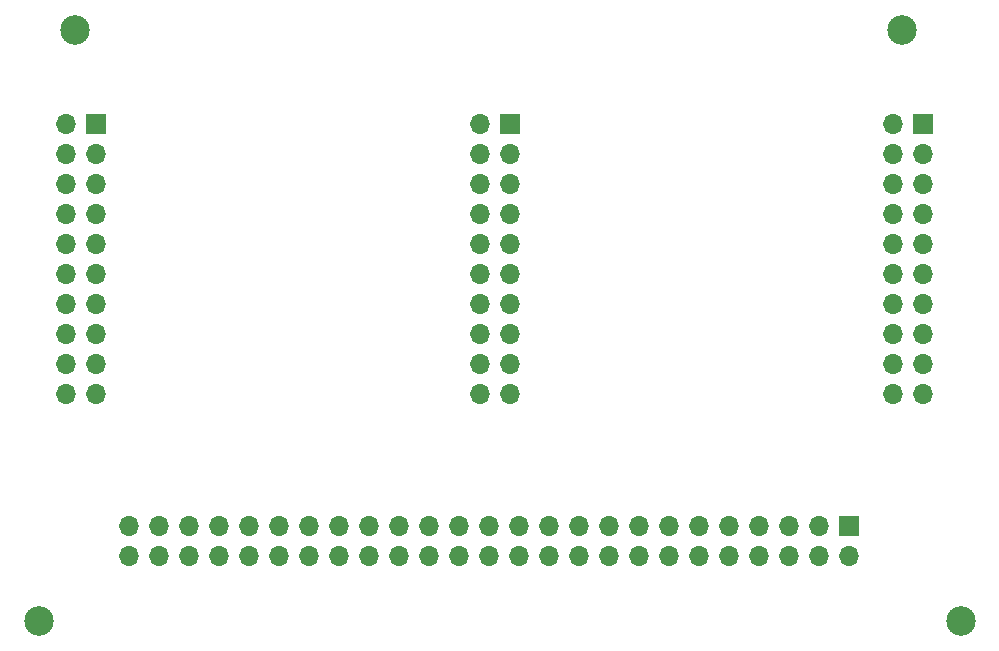
<source format=gbr>
%TF.GenerationSoftware,KiCad,Pcbnew,9.0.1*%
%TF.CreationDate,2025-04-24T12:51:30+03:00*%
%TF.ProjectId,acd_dac_board,6163645f-6461-4635-9f62-6f6172642e6b,rev?*%
%TF.SameCoordinates,Original*%
%TF.FileFunction,Soldermask,Top*%
%TF.FilePolarity,Negative*%
%FSLAX46Y46*%
G04 Gerber Fmt 4.6, Leading zero omitted, Abs format (unit mm)*
G04 Created by KiCad (PCBNEW 9.0.1) date 2025-04-24 12:51:30*
%MOMM*%
%LPD*%
G01*
G04 APERTURE LIST*
%ADD10R,1.700000X1.700000*%
%ADD11O,1.700000X1.700000*%
%ADD12C,2.500000*%
G04 APERTURE END LIST*
D10*
%TO.C,J4*%
X168500000Y-117060000D03*
D11*
X168500000Y-119600000D03*
X165960000Y-117060000D03*
X165960000Y-119600000D03*
X163420000Y-117060000D03*
X163420000Y-119600000D03*
X160880000Y-117060000D03*
X160880000Y-119600000D03*
X158340000Y-117060000D03*
X158340000Y-119600000D03*
X155800000Y-117060000D03*
X155800000Y-119600000D03*
X153260000Y-117060000D03*
X153260000Y-119600000D03*
X150720000Y-117060000D03*
X150720000Y-119600000D03*
X148180000Y-117060000D03*
X148180000Y-119600000D03*
X145640000Y-117060000D03*
X145640000Y-119600000D03*
X143100000Y-117060000D03*
X143100000Y-119600000D03*
X140560000Y-117060000D03*
X140560000Y-119600000D03*
X138020000Y-117060000D03*
X138020000Y-119600000D03*
X135480000Y-117060000D03*
X135480000Y-119600000D03*
X132940000Y-117060000D03*
X132940000Y-119600000D03*
X130400000Y-117060000D03*
X130400000Y-119600000D03*
X127860000Y-117060000D03*
X127860000Y-119600000D03*
X125320000Y-117060000D03*
X125320000Y-119600000D03*
X122780000Y-117060000D03*
X122780000Y-119600000D03*
X120240000Y-117060000D03*
X120240000Y-119600000D03*
X117700000Y-117060000D03*
X117700000Y-119600000D03*
X115160000Y-117060000D03*
X115160000Y-119600000D03*
X112620000Y-117060000D03*
X112620000Y-119600000D03*
X110080000Y-117060000D03*
X110080000Y-119600000D03*
X107540000Y-117060000D03*
X107540000Y-119600000D03*
%TD*%
D10*
%TO.C,J3*%
X174800000Y-83060000D03*
D11*
X172260000Y-83060000D03*
X174800000Y-85600000D03*
X172260000Y-85600000D03*
X174800000Y-88140000D03*
X172260000Y-88140000D03*
X174800000Y-90680000D03*
X172260000Y-90680000D03*
X174800000Y-93220000D03*
X172260000Y-93220000D03*
X174800000Y-95760000D03*
X172260000Y-95760000D03*
X174800000Y-98300000D03*
X172260000Y-98300000D03*
X174800000Y-100840000D03*
X172260000Y-100840000D03*
X174800000Y-103380000D03*
X172260000Y-103380000D03*
X174800000Y-105920000D03*
X172260000Y-105920000D03*
%TD*%
D10*
%TO.C,J1*%
X104800000Y-83060000D03*
D11*
X102260000Y-83060000D03*
X104800000Y-85600000D03*
X102260000Y-85600000D03*
X104800000Y-88140000D03*
X102260000Y-88140000D03*
X104800000Y-90680000D03*
X102260000Y-90680000D03*
X104800000Y-93220000D03*
X102260000Y-93220000D03*
X104800000Y-95760000D03*
X102260000Y-95760000D03*
X104800000Y-98300000D03*
X102260000Y-98300000D03*
X104800000Y-100840000D03*
X102260000Y-100840000D03*
X104800000Y-103380000D03*
X102260000Y-103380000D03*
X104800000Y-105920000D03*
X102260000Y-105920000D03*
%TD*%
D10*
%TO.C,J2*%
X139800000Y-83060000D03*
D11*
X137260000Y-83060000D03*
X139800000Y-85600000D03*
X137260000Y-85600000D03*
X139800000Y-88140000D03*
X137260000Y-88140000D03*
X139800000Y-90680000D03*
X137260000Y-90680000D03*
X139800000Y-93220000D03*
X137260000Y-93220000D03*
X139800000Y-95760000D03*
X137260000Y-95760000D03*
X139800000Y-98300000D03*
X137260000Y-98300000D03*
X139800000Y-100840000D03*
X137260000Y-100840000D03*
X139800000Y-103380000D03*
X137260000Y-103380000D03*
X139800000Y-105920000D03*
X137260000Y-105920000D03*
%TD*%
D12*
%TO.C,REF\u002A\u002A*%
X173000000Y-75100000D03*
%TD*%
%TO.C,REF\u002A\u002A*%
X178000000Y-125100000D03*
%TD*%
%TO.C,REF\u002A\u002A*%
X99900000Y-125100000D03*
%TD*%
%TO.C,REF\u002A\u002A*%
X103000000Y-75100000D03*
%TD*%
M02*

</source>
